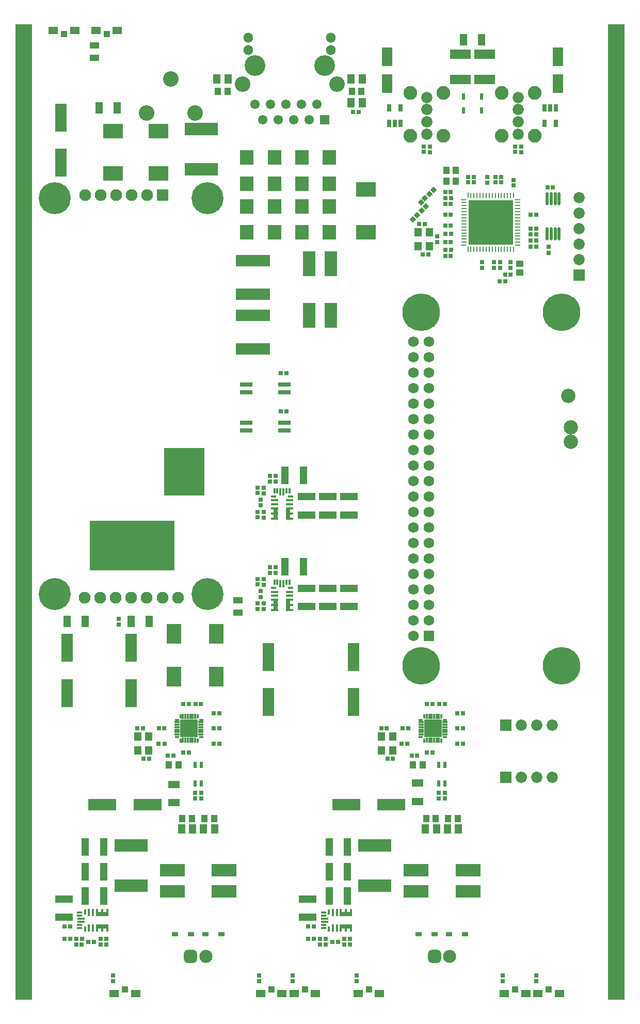
<source format=gts>
%TF.GenerationSoftware,Altium Limited,Altium Designer,23.9.2 (47)*%
G04 Layer_Color=8388736*
%FSLAX44Y44*%
%MOMM*%
%TF.SameCoordinates,EA472C54-7DB4-4638-A036-459D61F9907A*%
%TF.FilePolarity,Negative*%
%TF.FileFunction,Soldermask,Top*%
%TF.Part,Single*%
G01*
G75*
%TA.AperFunction,SMDPad,CuDef*%
%ADD39R,7.4000X7.4000*%
%ADD40R,0.2393X0.8100*%
%ADD41R,0.2393X0.9096*%
%ADD42R,0.8100X0.2393*%
%ADD43R,0.9096X0.2393*%
%ADD44R,0.6000X1.0500*%
%TA.AperFunction,NonConductor*%
%ADD126R,2.7500X160.0000*%
%TA.AperFunction,SMDPad,CuDef*%
%ADD127R,1.2000X1.4500*%
%ADD128R,0.7500X1.2500*%
%ADD129R,1.7500X3.1500*%
%ADD130O,0.5000X2.1500*%
%ADD131R,2.0000X0.7500*%
%ADD132R,0.6100X0.9900*%
%ADD133R,1.0500X0.6500*%
%ADD134R,1.5500X1.1000*%
%ADD135R,1.0500X1.1500*%
%ADD136R,0.7700X0.7300*%
%ADD137R,2.9500X2.9500*%
%ADD138R,0.8000X0.3500*%
%ADD139R,0.9000X0.3500*%
%ADD140R,0.3500X0.8000*%
%ADD141R,0.3500X0.9000*%
%ADD142R,6.6500X7.9000*%
%ADD143R,13.9000X8.1500*%
%ADD144R,4.1500X2.1500*%
%ADD145R,1.2500X0.4000*%
%ADD146R,0.9500X0.4000*%
%ADD147R,0.4000X1.2500*%
%ADD148R,0.4000X0.8500*%
%ADD149R,1.6500X1.1500*%
%ADD150R,1.0500X1.0500*%
%ADD151R,1.1000X1.1500*%
%ADD152R,5.4500X2.1500*%
%ADD153R,3.3500X1.6500*%
%ADD154R,3.3000X2.3500*%
%ADD155R,3.3000X2.3500*%
%ADD156R,2.3000X2.4500*%
%ADD157R,2.8500X1.3000*%
%ADD158R,1.3000X1.9500*%
%ADD159R,5.6500X1.8500*%
%ADD160R,1.3000X1.6000*%
%ADD161R,1.2000X1.5500*%
%ADD162R,1.1500X1.1000*%
%ADD163R,0.7700X0.7700*%
%ADD164R,1.9500X4.5500*%
%ADD165C,2.3500*%
%ADD166R,0.7700X0.7700*%
%ADD167R,1.3000X2.8500*%
%ADD168R,0.4000X0.9500*%
%ADD169R,0.8500X0.4000*%
%ADD170R,2.1500X4.1500*%
%ADD171R,0.7300X0.7700*%
G04:AMPARAMS|DCode=172|XSize=0.77mm|YSize=0.73mm|CornerRadius=0mm|HoleSize=0mm|Usage=FLASHONLY|Rotation=135.000|XOffset=0mm|YOffset=0mm|HoleType=Round|Shape=Rectangle|*
%AMROTATEDRECTD172*
4,1,4,0.5303,-0.0141,0.0141,-0.5303,-0.5303,0.0141,-0.0141,0.5303,0.5303,-0.0141,0.0*
%
%ADD172ROTATEDRECTD172*%

%ADD173R,2.3500X3.3000*%
%ADD174R,1.9500X1.3000*%
%ADD175R,4.5500X1.9500*%
%TA.AperFunction,Conductor*%
%ADD176R,0.8000X2.1500*%
%ADD177R,2.1500X0.8000*%
%TA.AperFunction,ComponentPad*%
%ADD178C,2.5500*%
%ADD179C,5.7000*%
%ADD180R,1.7500X1.7500*%
%ADD181C,1.7500*%
%ADD182C,1.8500*%
%ADD183R,1.8500X1.8500*%
%ADD184R,1.8500X1.8500*%
%ADD185C,1.9500*%
%ADD186R,1.9500X1.9500*%
%ADD187C,5.2500*%
%ADD188C,2.2500*%
%ADD189O,1.5500X1.6700*%
%ADD190C,3.4000*%
%ADD191C,1.5500*%
%ADD192R,1.5500X1.5500*%
%ADD193C,6.1500*%
%ADD194C,2.1500*%
G04:AMPARAMS|DCode=195|XSize=2.15mm|YSize=2.15mm|CornerRadius=0.575mm|HoleSize=0mm|Usage=FLASHONLY|Rotation=0.000|XOffset=0mm|YOffset=0mm|HoleType=Round|Shape=RoundedRectangle|*
%AMROUNDEDRECTD195*
21,1,2.1500,1.0000,0,0,0.0*
21,1,1.0000,2.1500,0,0,0.0*
1,1,1.1500,0.5000,-0.5000*
1,1,1.1500,-0.5000,-0.5000*
1,1,1.1500,-0.5000,0.5000*
1,1,1.1500,0.5000,0.5000*
%
%ADD195ROUNDEDRECTD195*%
D39*
X780000Y1305000D02*
D03*
D40*
X742500Y1260490D02*
D03*
X817500D02*
D03*
Y1349510D02*
D03*
X742500D02*
D03*
D41*
X747500Y1260987D02*
D03*
X752500D02*
D03*
X757500D02*
D03*
X762500D02*
D03*
X767500D02*
D03*
X772500D02*
D03*
X777500D02*
D03*
X782500D02*
D03*
X787500D02*
D03*
X792500D02*
D03*
X797500D02*
D03*
X802500D02*
D03*
X807500D02*
D03*
X812500D02*
D03*
Y1349012D02*
D03*
X807500D02*
D03*
X802500D02*
D03*
X797500D02*
D03*
X792500D02*
D03*
X787500D02*
D03*
X782500D02*
D03*
X777500D02*
D03*
X772500D02*
D03*
X767500D02*
D03*
X762500D02*
D03*
X757500D02*
D03*
X752500D02*
D03*
X747500D02*
D03*
D42*
X824510Y1267500D02*
D03*
Y1342500D02*
D03*
X735490D02*
D03*
Y1267500D02*
D03*
D43*
X824013Y1272500D02*
D03*
Y1277500D02*
D03*
Y1282500D02*
D03*
Y1287500D02*
D03*
Y1292500D02*
D03*
Y1297500D02*
D03*
Y1302500D02*
D03*
Y1307500D02*
D03*
Y1312500D02*
D03*
Y1317500D02*
D03*
Y1322500D02*
D03*
Y1327500D02*
D03*
Y1332500D02*
D03*
Y1337500D02*
D03*
X735987D02*
D03*
Y1332500D02*
D03*
Y1327500D02*
D03*
Y1322500D02*
D03*
Y1317500D02*
D03*
Y1312500D02*
D03*
Y1307500D02*
D03*
Y1302500D02*
D03*
Y1297500D02*
D03*
Y1292500D02*
D03*
Y1287500D02*
D03*
Y1282500D02*
D03*
Y1277500D02*
D03*
Y1272500D02*
D03*
D44*
X695000Y415250D02*
D03*
X705000D02*
D03*
X695000Y384750D02*
D03*
X705000D02*
D03*
X295000Y415250D02*
D03*
X305000D02*
D03*
X295000Y384750D02*
D03*
X305000D02*
D03*
D126*
X986248Y830000D02*
D03*
X13750D02*
D03*
D127*
X619250Y461500D02*
D03*
Y438500D02*
D03*
X600750D02*
D03*
Y461500D02*
D03*
X679250Y1289000D02*
D03*
Y1266000D02*
D03*
X660750D02*
D03*
Y1289000D02*
D03*
X219250Y461500D02*
D03*
Y438500D02*
D03*
X200750D02*
D03*
Y461500D02*
D03*
D128*
X887000Y1467500D02*
D03*
X868000D02*
D03*
Y1492500D02*
D03*
X877500D02*
D03*
X887000D02*
D03*
X613000Y1492500D02*
D03*
X632000D02*
D03*
Y1467500D02*
D03*
X622500D02*
D03*
X613000D02*
D03*
D129*
X890000Y1533000D02*
D03*
Y1577000D02*
D03*
X610000Y1533000D02*
D03*
Y1577000D02*
D03*
D130*
X892250Y1344000D02*
D03*
X885750D02*
D03*
X879250D02*
D03*
X872750D02*
D03*
X892250Y1286000D02*
D03*
X885750D02*
D03*
X879250D02*
D03*
X872750D02*
D03*
D131*
X441500Y1038850D02*
D03*
Y1026150D02*
D03*
X378500D02*
D03*
Y1038850D02*
D03*
X441500Y976350D02*
D03*
Y963650D02*
D03*
X378500D02*
D03*
Y976350D02*
D03*
D132*
X765000Y1488600D02*
D03*
Y1511400D02*
D03*
X735000Y1488600D02*
D03*
Y1511400D02*
D03*
D133*
X688000Y137500D02*
D03*
X662000D02*
D03*
X312000D02*
D03*
X338000D02*
D03*
X712000D02*
D03*
X738000D02*
D03*
X288000D02*
D03*
X262000D02*
D03*
D134*
X130000Y1595000D02*
D03*
Y1575000D02*
D03*
X365000Y665000D02*
D03*
Y685000D02*
D03*
D135*
X690000Y327000D02*
D03*
X674000D02*
D03*
X552000Y1520000D02*
D03*
X568000D02*
D03*
X348000D02*
D03*
X332000D02*
D03*
X310000Y327000D02*
D03*
X326000D02*
D03*
X710000D02*
D03*
X726000D02*
D03*
X290000D02*
D03*
X274000D02*
D03*
D136*
X560000Y60300D02*
D03*
Y69700D02*
D03*
X407500Y830000D02*
D03*
Y820600D02*
D03*
X427500Y889400D02*
D03*
X427500Y880000D02*
D03*
X417500D02*
D03*
Y889400D02*
D03*
X407500Y870000D02*
D03*
Y860600D02*
D03*
X795000Y1230300D02*
D03*
Y1239700D02*
D03*
X774000Y1370300D02*
D03*
Y1379700D02*
D03*
X680000Y1420300D02*
D03*
Y1429700D02*
D03*
X830000Y1420300D02*
D03*
Y1429700D02*
D03*
X400000Y69700D02*
D03*
Y60300D02*
D03*
X800000Y69700D02*
D03*
Y60300D02*
D03*
X455000Y69700D02*
D03*
Y60300D02*
D03*
X855000Y69700D02*
D03*
Y60300D02*
D03*
X402500Y840600D02*
D03*
Y850000D02*
D03*
X407500Y670600D02*
D03*
Y680000D02*
D03*
X427500Y730000D02*
D03*
Y739400D02*
D03*
X417500D02*
D03*
Y730000D02*
D03*
X407500Y710600D02*
D03*
X407500Y720000D02*
D03*
X402500Y690600D02*
D03*
X402500Y700000D02*
D03*
X160000Y60300D02*
D03*
Y69700D02*
D03*
X692500Y1282200D02*
D03*
Y1272800D02*
D03*
X875000Y1255300D02*
D03*
Y1264700D02*
D03*
D137*
X685000Y475000D02*
D03*
X285000D02*
D03*
D138*
X665000Y461000D02*
D03*
Y489000D02*
D03*
X705000D02*
D03*
Y461000D02*
D03*
X265000D02*
D03*
Y489000D02*
D03*
X305000D02*
D03*
Y461000D02*
D03*
D139*
X665500Y465000D02*
D03*
X665500Y469000D02*
D03*
X665500Y473000D02*
D03*
X665500Y477000D02*
D03*
X665500Y481000D02*
D03*
Y485000D02*
D03*
X704500D02*
D03*
Y481000D02*
D03*
Y477000D02*
D03*
Y473000D02*
D03*
Y469000D02*
D03*
Y465000D02*
D03*
X265500D02*
D03*
Y469000D02*
D03*
Y473000D02*
D03*
Y477000D02*
D03*
Y481000D02*
D03*
Y485000D02*
D03*
X304500D02*
D03*
Y481000D02*
D03*
Y477000D02*
D03*
Y473000D02*
D03*
Y469000D02*
D03*
Y465000D02*
D03*
D140*
X671000Y495000D02*
D03*
X699000D02*
D03*
Y455000D02*
D03*
X671000D02*
D03*
X271000Y495000D02*
D03*
X299000D02*
D03*
Y455000D02*
D03*
X271000D02*
D03*
D141*
X675000Y494500D02*
D03*
X679000D02*
D03*
X683000D02*
D03*
X687000D02*
D03*
X691000D02*
D03*
X695000D02*
D03*
Y455500D02*
D03*
X691000D02*
D03*
X687000Y455500D02*
D03*
X683000Y455500D02*
D03*
X679000Y455500D02*
D03*
X675000Y455500D02*
D03*
X275000Y494500D02*
D03*
X279000D02*
D03*
X283000D02*
D03*
X287000D02*
D03*
X291000D02*
D03*
X295000D02*
D03*
Y455500D02*
D03*
X291000D02*
D03*
X287000D02*
D03*
X283000D02*
D03*
X279000D02*
D03*
X275000D02*
D03*
D142*
X277650Y896250D02*
D03*
D143*
X191400Y775000D02*
D03*
D144*
X742500Y242500D02*
D03*
X657500D02*
D03*
Y207500D02*
D03*
X742500D02*
D03*
X257500D02*
D03*
Y242500D02*
D03*
X342500Y207500D02*
D03*
Y242500D02*
D03*
D145*
X450000Y677500D02*
D03*
X450000Y669000D02*
D03*
X450000Y686000D02*
D03*
X450000Y699000D02*
D03*
X450000Y692500D02*
D03*
X425000Y669000D02*
D03*
Y692500D02*
D03*
X425000Y699000D02*
D03*
X425000Y677500D02*
D03*
Y686000D02*
D03*
X107500Y157500D02*
D03*
Y162500D02*
D03*
X450000Y836000D02*
D03*
X450000Y827500D02*
D03*
X425000Y836000D02*
D03*
X425000Y827500D02*
D03*
X450000Y849000D02*
D03*
X425000D02*
D03*
X450000Y842500D02*
D03*
X425000D02*
D03*
X450000Y819000D02*
D03*
X425000Y819000D02*
D03*
X507500Y157500D02*
D03*
Y162500D02*
D03*
D146*
X451500Y705500D02*
D03*
X423500Y705500D02*
D03*
X423500Y855500D02*
D03*
X451500Y855500D02*
D03*
D147*
X440000Y712500D02*
D03*
X435000D02*
D03*
X151000Y147500D02*
D03*
Y172500D02*
D03*
X127500Y147500D02*
D03*
Y172500D02*
D03*
X121000Y147500D02*
D03*
Y172500D02*
D03*
X142500Y147500D02*
D03*
X134000D02*
D03*
X142500Y172500D02*
D03*
X134000D02*
D03*
X440000Y862500D02*
D03*
X435000D02*
D03*
X551000Y147500D02*
D03*
Y172500D02*
D03*
X527500Y147500D02*
D03*
Y172500D02*
D03*
X521000Y147500D02*
D03*
Y172500D02*
D03*
X542500Y147500D02*
D03*
X534000D02*
D03*
X542500Y172500D02*
D03*
X534000D02*
D03*
D148*
X450000Y714500D02*
D03*
X430000Y714500D02*
D03*
X445000Y714500D02*
D03*
X425000D02*
D03*
X450000Y864500D02*
D03*
X425000D02*
D03*
X445000D02*
D03*
X430000Y864500D02*
D03*
D149*
X892500Y40000D02*
D03*
X857500D02*
D03*
X62500Y1620000D02*
D03*
X97500D02*
D03*
X597500Y40000D02*
D03*
X562500D02*
D03*
X197500D02*
D03*
X162500D02*
D03*
X132500Y1620000D02*
D03*
X167500D02*
D03*
X437500Y40000D02*
D03*
X402500D02*
D03*
X837500D02*
D03*
X802500D02*
D03*
X492500D02*
D03*
X457500D02*
D03*
D150*
X875000Y46500D02*
D03*
X80000Y1613500D02*
D03*
X580000Y46500D02*
D03*
X180000D02*
D03*
X150000Y1613500D02*
D03*
X420000Y46500D02*
D03*
X820000D02*
D03*
X475000D02*
D03*
D151*
X707000Y1372500D02*
D03*
X723000D02*
D03*
X652000Y415000D02*
D03*
X668000D02*
D03*
X723000Y1390000D02*
D03*
X707000D02*
D03*
X252000Y415000D02*
D03*
X268000D02*
D03*
D152*
X590000Y283000D02*
D03*
Y217000D02*
D03*
X305000Y1458000D02*
D03*
Y1392000D02*
D03*
X190000Y217000D02*
D03*
Y283000D02*
D03*
D153*
X770000Y1581000D02*
D03*
Y1539000D02*
D03*
X730000Y1581000D02*
D03*
Y1539000D02*
D03*
D154*
X235000Y1455000D02*
D03*
Y1385000D02*
D03*
X160000Y1455000D02*
D03*
Y1385000D02*
D03*
D155*
X575000Y1359000D02*
D03*
Y1289000D02*
D03*
D156*
X515000Y1368500D02*
D03*
Y1411500D02*
D03*
X380000Y1288500D02*
D03*
Y1331500D02*
D03*
X470000Y1288500D02*
D03*
Y1331500D02*
D03*
X425000Y1288500D02*
D03*
Y1331500D02*
D03*
X515000Y1288500D02*
D03*
Y1331500D02*
D03*
X380000Y1368500D02*
D03*
Y1411500D02*
D03*
X470000Y1368500D02*
D03*
Y1411500D02*
D03*
X425000Y1368500D02*
D03*
Y1411500D02*
D03*
D157*
X547500Y675000D02*
D03*
X547500Y705000D02*
D03*
X80000Y195000D02*
D03*
Y165000D02*
D03*
X477500Y825000D02*
D03*
X477500Y855000D02*
D03*
X512500Y825000D02*
D03*
X512500Y855000D02*
D03*
X547500Y825000D02*
D03*
Y855000D02*
D03*
X480000Y165000D02*
D03*
Y195000D02*
D03*
X477500Y675000D02*
D03*
Y705000D02*
D03*
X512500Y675000D02*
D03*
X512500Y705000D02*
D03*
D158*
X765000Y1605000D02*
D03*
X735000D02*
D03*
X115000Y650000D02*
D03*
X85000D02*
D03*
X220000D02*
D03*
X190000D02*
D03*
X137500Y1492500D02*
D03*
X167500D02*
D03*
D159*
X390000Y1097500D02*
D03*
Y1152500D02*
D03*
Y1242500D02*
D03*
Y1187500D02*
D03*
D160*
X569000Y1501000D02*
D03*
X551000D02*
D03*
D161*
X691000Y310000D02*
D03*
X673000D02*
D03*
X569000Y1540000D02*
D03*
X551000D02*
D03*
X331000D02*
D03*
X349000D02*
D03*
X327000Y310000D02*
D03*
X309000D02*
D03*
X709000D02*
D03*
X727000D02*
D03*
X273000D02*
D03*
X291000D02*
D03*
D162*
X827500Y1222500D02*
D03*
Y1237500D02*
D03*
D163*
X659500Y430000D02*
D03*
X650500D02*
D03*
X149000Y120000D02*
D03*
X140000D02*
D03*
X100000D02*
D03*
X109000D02*
D03*
X803500Y1219000D02*
D03*
X812500D02*
D03*
X714500Y1250000D02*
D03*
X705500D02*
D03*
X714500Y1300000D02*
D03*
X705500D02*
D03*
X714500Y1317500D02*
D03*
X705500D02*
D03*
X714500Y1335000D02*
D03*
X705500D02*
D03*
X714500Y1355000D02*
D03*
X705500D02*
D03*
X845500Y1265000D02*
D03*
X854500D02*
D03*
X845500Y1317500D02*
D03*
X854500D02*
D03*
X714500Y1272500D02*
D03*
X705500D02*
D03*
X334500Y450000D02*
D03*
X325500D02*
D03*
X734500D02*
D03*
X725500D02*
D03*
X235500Y475000D02*
D03*
X244500D02*
D03*
X635500D02*
D03*
X644500D02*
D03*
X275500Y515000D02*
D03*
X284500D02*
D03*
X675500Y515000D02*
D03*
X684500Y515000D02*
D03*
X304500D02*
D03*
X295500D02*
D03*
X704500Y515000D02*
D03*
X695500D02*
D03*
X275500Y435000D02*
D03*
X284500D02*
D03*
X675500D02*
D03*
X684500D02*
D03*
X540000Y120000D02*
D03*
X549000D02*
D03*
X509000D02*
D03*
X500000D02*
D03*
X882000Y1362500D02*
D03*
X873000D02*
D03*
X671500Y1302500D02*
D03*
X662500D02*
D03*
X668500Y1252500D02*
D03*
X677500D02*
D03*
X210500Y425000D02*
D03*
X219500D02*
D03*
X610500D02*
D03*
X619500D02*
D03*
X209500Y475000D02*
D03*
X200500D02*
D03*
X609500Y475000D02*
D03*
X600500Y475000D02*
D03*
X259500Y430000D02*
D03*
X250500D02*
D03*
D164*
X555000Y518000D02*
D03*
Y592000D02*
D03*
X85000Y533000D02*
D03*
Y607000D02*
D03*
X190000Y533000D02*
D03*
Y607000D02*
D03*
X75000Y1403000D02*
D03*
Y1477000D02*
D03*
X415000Y518000D02*
D03*
Y592000D02*
D03*
D165*
X906888Y1020018D02*
D03*
X911788Y968918D02*
D03*
Y944618D02*
D03*
D166*
X170000Y645500D02*
D03*
Y654500D02*
D03*
X397500Y821000D02*
D03*
Y830000D02*
D03*
X670000Y1420500D02*
D03*
Y1429500D02*
D03*
X820000Y1420500D02*
D03*
Y1429500D02*
D03*
X812500Y1239500D02*
D03*
Y1230500D02*
D03*
X797500Y1370500D02*
D03*
Y1379500D02*
D03*
X785000Y1239500D02*
D03*
Y1230500D02*
D03*
X766000Y1239500D02*
D03*
Y1230500D02*
D03*
X817500Y1365500D02*
D03*
Y1374500D02*
D03*
X787500Y1370500D02*
D03*
Y1379500D02*
D03*
X752500Y1370500D02*
D03*
Y1379500D02*
D03*
X742500Y1370500D02*
D03*
Y1379500D02*
D03*
X295000Y369000D02*
D03*
Y360000D02*
D03*
X695000Y369000D02*
D03*
Y360000D02*
D03*
X305000D02*
D03*
Y369000D02*
D03*
X705000D02*
D03*
Y360000D02*
D03*
X397500Y861000D02*
D03*
Y870000D02*
D03*
X397500Y680000D02*
D03*
X397500Y671000D02*
D03*
Y711000D02*
D03*
X397500Y720000D02*
D03*
D167*
X115000Y200000D02*
D03*
X145000D02*
D03*
X115000Y240000D02*
D03*
X145000D02*
D03*
X115000Y280000D02*
D03*
X145000Y280000D02*
D03*
X472500Y890000D02*
D03*
X442500D02*
D03*
X545000Y200000D02*
D03*
X515000D02*
D03*
X545000Y240000D02*
D03*
X515000D02*
D03*
X545000Y280000D02*
D03*
X515000D02*
D03*
X442500Y740000D02*
D03*
X472500D02*
D03*
D168*
X114500Y174000D02*
D03*
Y146000D02*
D03*
X514500Y174000D02*
D03*
Y146000D02*
D03*
D169*
X105500Y152500D02*
D03*
Y167500D02*
D03*
X105500Y147500D02*
D03*
Y172500D02*
D03*
X505500Y152500D02*
D03*
Y167500D02*
D03*
X505500Y147500D02*
D03*
Y172500D02*
D03*
D170*
X482500Y1237500D02*
D03*
X517500D02*
D03*
X482500Y1152500D02*
D03*
X517500D02*
D03*
D171*
X435600Y995000D02*
D03*
X445000D02*
D03*
X435600Y1057500D02*
D03*
X445000D02*
D03*
X140000Y130000D02*
D03*
X149400D02*
D03*
X90000Y150000D02*
D03*
X80600D02*
D03*
X90000Y130000D02*
D03*
X80600D02*
D03*
X100000D02*
D03*
X109400D02*
D03*
X120000Y125000D02*
D03*
X129400D02*
D03*
X563700Y1486000D02*
D03*
X554300D02*
D03*
X854700Y1295000D02*
D03*
X845300D02*
D03*
X705300Y1260000D02*
D03*
X714700D02*
D03*
X794300Y1208000D02*
D03*
X803700D02*
D03*
X854700Y1285000D02*
D03*
X845300D02*
D03*
X714700Y1345000D02*
D03*
X705300D02*
D03*
X325300Y500000D02*
D03*
X334700D02*
D03*
X725300D02*
D03*
X734700D02*
D03*
X325300Y475000D02*
D03*
X334700D02*
D03*
X725300D02*
D03*
X734700D02*
D03*
X549400Y130000D02*
D03*
X540000D02*
D03*
X480600Y150000D02*
D03*
X490000D02*
D03*
X480600Y130000D02*
D03*
X490000D02*
D03*
X509400D02*
D03*
X500000D02*
D03*
X529400Y125000D02*
D03*
X520000D02*
D03*
X705300Y1286000D02*
D03*
X714700D02*
D03*
X244700Y450000D02*
D03*
X235300D02*
D03*
X642700D02*
D03*
X633300D02*
D03*
X854700Y1275000D02*
D03*
X845300D02*
D03*
D172*
X673323Y1330823D02*
D03*
X666677Y1324177D02*
D03*
X652534Y1310034D02*
D03*
X659181Y1316681D02*
D03*
X685823Y1358323D02*
D03*
X679177Y1351677D02*
D03*
X665459Y1337959D02*
D03*
X672106Y1344606D02*
D03*
D173*
X330000Y560000D02*
D03*
X260000D02*
D03*
X330000Y630000D02*
D03*
X260000D02*
D03*
D174*
Y353000D02*
D03*
Y383000D02*
D03*
X660000Y355000D02*
D03*
Y385000D02*
D03*
D175*
X143000Y350000D02*
D03*
X217000D02*
D03*
X543000D02*
D03*
X617000D02*
D03*
D176*
X447500Y677498D02*
D03*
X427500Y677498D02*
D03*
X447501Y827500D02*
D03*
X427500Y827499D02*
D03*
D177*
X142500Y150000D02*
D03*
X142500Y170000D02*
D03*
X542500Y150000D02*
D03*
X542500Y170000D02*
D03*
D178*
X255000Y1540000D02*
D03*
X215351Y1484272D02*
D03*
X294722Y1484222D02*
D03*
X527450Y1532000D02*
D03*
X372550D02*
D03*
D179*
X895988Y577918D02*
D03*
X665988D02*
D03*
X895988Y1157918D02*
D03*
X665988D02*
D03*
D180*
X678688Y626618D02*
D03*
D181*
X653288D02*
D03*
Y652018D02*
D03*
Y677418D02*
D03*
Y702818D02*
D03*
Y728218D02*
D03*
Y753618D02*
D03*
Y779018D02*
D03*
Y804418D02*
D03*
Y829818D02*
D03*
Y855218D02*
D03*
Y880618D02*
D03*
Y906018D02*
D03*
Y931418D02*
D03*
Y956818D02*
D03*
Y982218D02*
D03*
Y1007618D02*
D03*
Y1033018D02*
D03*
Y1058418D02*
D03*
Y1083818D02*
D03*
X678688Y1109218D02*
D03*
X653288D02*
D03*
X678688Y1083818D02*
D03*
Y1058418D02*
D03*
Y1033018D02*
D03*
Y1007618D02*
D03*
Y982218D02*
D03*
Y956818D02*
D03*
Y931418D02*
D03*
Y906018D02*
D03*
Y880618D02*
D03*
Y855218D02*
D03*
Y829818D02*
D03*
Y804418D02*
D03*
Y779018D02*
D03*
Y753618D02*
D03*
Y728218D02*
D03*
Y702818D02*
D03*
Y677418D02*
D03*
Y652018D02*
D03*
D182*
X925000Y1295000D02*
D03*
Y1269600D02*
D03*
Y1244200D02*
D03*
Y1320400D02*
D03*
Y1345800D02*
D03*
X830400Y480000D02*
D03*
X881200D02*
D03*
X855800D02*
D03*
X675000Y1470000D02*
D03*
Y1510000D02*
D03*
Y1450000D02*
D03*
Y1490000D02*
D03*
X825000D02*
D03*
Y1450000D02*
D03*
Y1510000D02*
D03*
Y1470000D02*
D03*
X830400Y395000D02*
D03*
X881200D02*
D03*
X855800D02*
D03*
D183*
X925000Y1218800D02*
D03*
D184*
X805000Y480000D02*
D03*
Y395000D02*
D03*
D185*
X189850Y689600D02*
D03*
X164450D02*
D03*
X114400Y1350000D02*
D03*
X139800D02*
D03*
X165200D02*
D03*
X190600D02*
D03*
X216000D02*
D03*
X266850Y689600D02*
D03*
X241450D02*
D03*
X215250D02*
D03*
X113650D02*
D03*
X139050D02*
D03*
D186*
X241400Y1350000D02*
D03*
D187*
X315150Y1345000D02*
D03*
X64850D02*
D03*
Y695000D02*
D03*
X315150D02*
D03*
D188*
X702200Y1447300D02*
D03*
Y1517300D02*
D03*
X647800D02*
D03*
Y1447300D02*
D03*
X797800D02*
D03*
Y1517300D02*
D03*
X852200D02*
D03*
Y1447300D02*
D03*
D189*
X518000Y1588000D02*
D03*
Y1608300D02*
D03*
X382000D02*
D03*
Y1588000D02*
D03*
D190*
X507150Y1562500D02*
D03*
X392850D02*
D03*
D191*
X418250Y1499000D02*
D03*
X469050D02*
D03*
X443650D02*
D03*
X494450D02*
D03*
X430950Y1473600D02*
D03*
X405550D02*
D03*
X481750D02*
D03*
X456350D02*
D03*
X392850Y1499000D02*
D03*
D192*
X507150Y1473600D02*
D03*
D193*
X665988Y1157918D02*
D03*
X895988Y577918D02*
D03*
X665988D02*
D03*
X895988Y1157918D02*
D03*
D194*
X712500Y100500D02*
D03*
X312500D02*
D03*
D195*
X687500D02*
D03*
X287500D02*
D03*
%TF.MD5,d0461e886ebcf9e6146ca6a9589a5f4b*%
M02*

</source>
